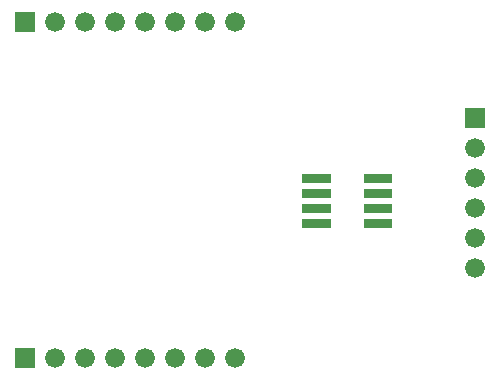
<source format=gbr>
G04 start of page 4 for group -4063 idx -4063 *
G04 Title: (unknown), componentmask *
G04 Creator: pcb 20091103 *
G04 CreationDate: Sun 20 Mar 2011 03:02:04 AM GMT UTC *
G04 For: gjhurlbu *
G04 Format: Gerber/RS-274X *
G04 PCB-Dimensions: 600000 500000 *
G04 PCB-Coordinate-Origin: lower left *
%MOIN*%
%FSLAX25Y25*%
%LNFRONTMASK*%
%ADD12C,0.0200*%
%ADD17C,0.0660*%
%ADD18R,0.0300X0.0300*%
G54D12*G36*
X38700Y417300D02*Y410700D01*
X45300D01*
Y417300D01*
X38700D01*
G37*
G54D17*X52000Y414000D03*
X62000D03*
X72000D03*
X82000D03*
X92000D03*
X102000D03*
X112000D03*
G54D12*G36*
X188700Y385300D02*Y378700D01*
X195300D01*
Y385300D01*
X188700D01*
G37*
G54D17*X192000Y372000D03*
Y362000D03*
Y352000D03*
Y342000D03*
Y332000D03*
G54D12*G36*
X38700Y305300D02*Y298700D01*
X45300D01*
Y305300D01*
X38700D01*
G37*
G54D17*X52000Y302000D03*
X62000D03*
X72000D03*
X82000D03*
X92000D03*
X102000D03*
X112000D03*
G54D18*X136000Y362000D02*X142500D01*
X136000Y357000D02*X142500D01*
X136000Y352000D02*X142500D01*
X156500D02*X163000D01*
X136000Y347000D02*X142500D01*
X156500D02*X163000D01*
X156500Y357000D02*X163000D01*
X156500Y362000D02*X163000D01*
M02*

</source>
